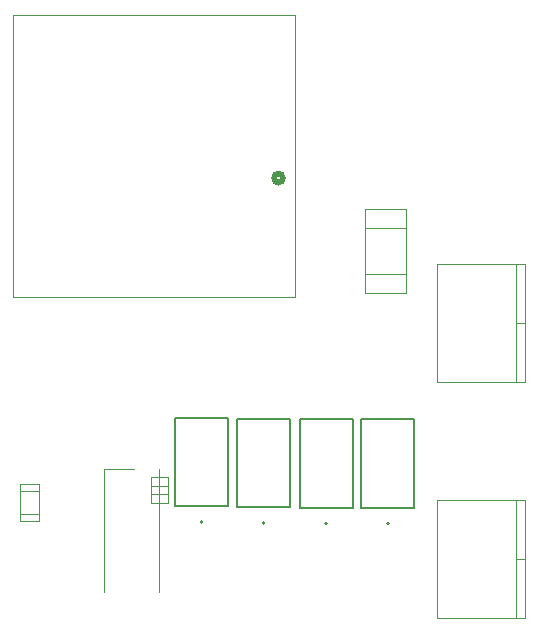
<source format=gbr>
%TF.GenerationSoftware,Altium Limited,Altium Designer,21.6.4 (81)*%
G04 Layer_Color=16711935*
%FSLAX26Y26*%
%MOIN*%
%TF.SameCoordinates,D1CDB01D-C4A6-469F-8C54-8347A019B806*%
%TF.FilePolarity,Positive*%
%TF.FileFunction,Other,Mechanical_13*%
%TF.Part,Single*%
G01*
G75*
%TA.AperFunction,NonConductor*%
%ADD32C,0.020000*%
%ADD33C,0.007874*%
%ADD34C,0.003937*%
%ADD43C,0.005000*%
%ADD48C,0.001000*%
D32*
X1257756Y1806890D02*
G03*
X1257756Y1806890I-15000J0D01*
G01*
D33*
X1405512Y655315D02*
G03*
X1405512Y655315I-3937J0D01*
G01*
X990157Y660236D02*
G03*
X990157Y660236I-3937J0D01*
G01*
X1195866Y657284D02*
G03*
X1195866Y657284I-3937J0D01*
G01*
X1611220Y655315D02*
G03*
X1611220Y655315I-3937J0D01*
G01*
D34*
X1769685Y1126968D02*
X2064961D01*
X1769685Y1520669D02*
X2064961D01*
X1769685Y1126968D02*
Y1520669D01*
X2064961Y1126968D02*
Y1520669D01*
X2033465Y1323819D02*
X2064961D01*
X2033465Y1126968D02*
Y1520669D01*
X1769685Y339567D02*
X2064961D01*
X1769685Y733268D02*
X2064961D01*
X1769685Y339567D02*
Y733268D01*
X2064961Y339567D02*
Y733268D01*
X2033465Y536417D02*
X2064961D01*
X2033465Y339567D02*
Y733268D01*
D43*
X1312992Y707677D02*
X1490157D01*
X1312992Y1002953D02*
X1490157D01*
X1312992Y707677D02*
Y1002953D01*
X1490157Y707677D02*
Y1002953D01*
X897638Y712598D02*
X1074803D01*
X897638Y1007874D02*
X1074803D01*
X897638Y712598D02*
Y1007874D01*
X1074803Y712598D02*
Y1007874D01*
X1103346Y709646D02*
X1280512D01*
X1103346Y1004921D02*
X1280512D01*
X1103346Y709646D02*
Y1004921D01*
X1280512Y709646D02*
Y1004921D01*
X1518701Y707677D02*
X1695866D01*
X1518701Y1002953D02*
X1695866D01*
X1518701Y707677D02*
Y1002953D01*
X1695866Y707677D02*
Y1002953D01*
D48*
X1297756Y1411890D02*
Y2351890D01*
X357756Y1411890D02*
X1297756D01*
X357756D02*
Y2351890D01*
X1297756D01*
X660283Y838465D02*
X760283D01*
X845283Y428464D02*
Y838465D01*
X660283Y428464D02*
Y838465D01*
X817913Y724409D02*
X875000D01*
X817913D02*
Y811024D01*
X875000D01*
Y724409D02*
Y811024D01*
X817913Y781496D02*
Y811024D01*
X875000D01*
Y781496D02*
Y811024D01*
X817913Y781496D02*
X875000D01*
Y724409D02*
Y753937D01*
X817913Y724409D02*
X875000D01*
X817913D02*
Y753937D01*
X875000D01*
X1530409Y1423476D02*
X1668409D01*
X1530409D02*
Y1704476D01*
X1668409D01*
Y1423476D02*
Y1704476D01*
X1530409Y1641476D02*
Y1704476D01*
X1668409D01*
Y1641476D02*
Y1704476D01*
X1530409Y1641476D02*
X1668409D01*
Y1423476D02*
Y1486476D01*
X1530409Y1423476D02*
X1668409D01*
X1530409D02*
Y1486476D01*
X1668409D01*
X380901Y686394D02*
X443901D01*
X380901Y662394D02*
Y686394D01*
Y662394D02*
X443901D01*
Y686394D01*
X380901Y764394D02*
X443901D01*
Y788394D01*
X380901D02*
X443901D01*
X380901Y764394D02*
Y788394D01*
X443901Y662394D02*
Y788394D01*
X380901D02*
X443901D01*
X380901Y662394D02*
Y788394D01*
Y662394D02*
X443901D01*
%TF.MD5,7f598e8057cf17cfda87f5619cf0a835*%
M02*

</source>
